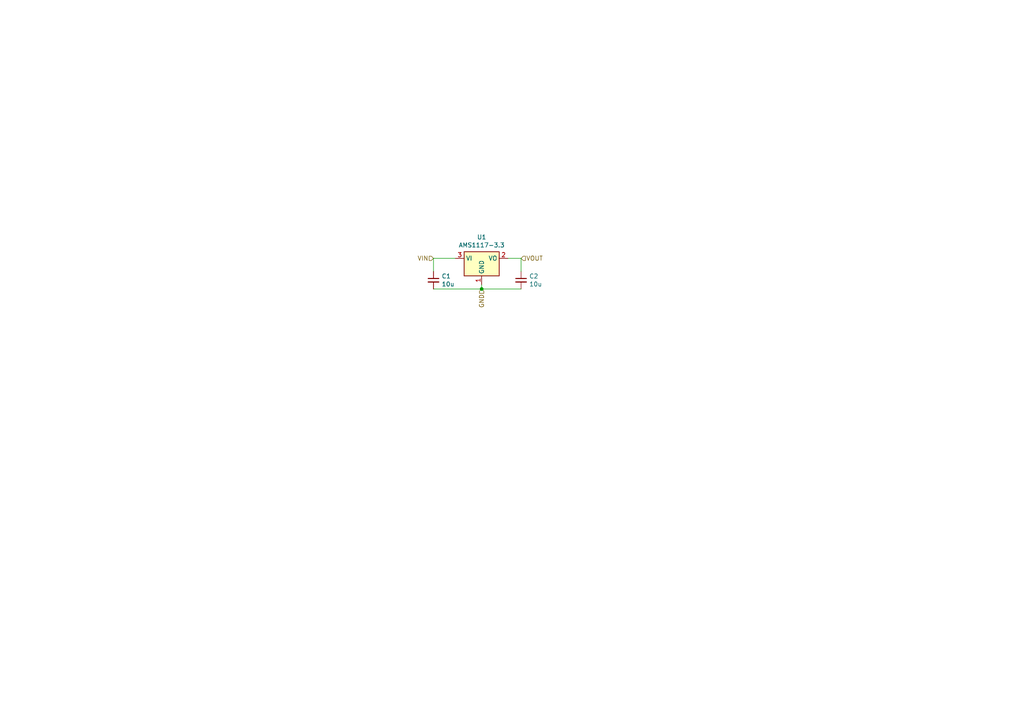
<source format=kicad_sch>
(kicad_sch (version 20231120) (generator "eeschema") (generator_version "8.0")
  (paper "A4")
  (lib_symbols
    (symbol "Device:C_Small" (pin_numbers hide) (pin_names (offset 0.254) hide)
      (property "Reference" "C" (at 0.254 1.778 0))
      (property "Value" "C_Small" (at 0.254 -2.032 0))
      (symbol "C_Small_0_1"
        (polyline (pts (xy -1.524 -0.508) (xy 1.524 -0.508)) (stroke (width 0.3302)))
        (polyline (pts (xy -1.524 0.508) (xy 1.524 0.508)) (stroke (width 0.3048)))
      )
      (symbol "C_Small_1_1"
        (pin passive line (at 0 2.54 270) (length 2.032) (name "~") (number "1"))
        (pin passive line (at 0 -2.54 90) (length 2.032) (name "~") (number "2"))
      )
    )
    (symbol "Regulator_Linear:AMS1117-3.3"
      (property "Reference" "U" (at -3.81 3.175 0))
      (property "Value" "AMS1117-3.3" (at 0 3.175 0))
      (symbol "AMS1117-3.3_0_1"
        (rectangle (start -5.08 -5.08) (end 5.08 1.905) (stroke (width 0.254)) (fill (type background)))
      )
      (symbol "AMS1117-3.3_1_1"
        (pin power_in line (at 0 -7.62 90) (length 2.54) (name "GND") (number "1"))
        (pin power_out line (at 7.62 0 180) (length 2.54) (name "VO") (number "2"))
        (pin power_in line (at -7.62 0 0) (length 2.54) (name "VI") (number "3"))
      )
    )
  )
  (junction (at 139.7 83.82))
  (wire (pts (xy 147.32 74.93) (xy 151.13 74.93)))
  (wire (pts (xy 125.73 83.82) (xy 139.7 83.82)))
  (wire (pts (xy 151.13 74.93) (xy 151.13 78.74)))
  (wire (pts (xy 125.73 78.74) (xy 125.73 74.93)))
  (wire (pts (xy 139.7 83.82) (xy 139.7 82.55)))
  (wire (pts (xy 125.73 74.93) (xy 132.08 74.93)))
  (wire (pts (xy 151.13 83.82) (xy 139.7 83.82)))
  (hierarchical_label "VOUT" (shape input) (at 151.13 74.93 0))
  (hierarchical_label "GND" (shape input) (at 139.7 83.82 270))
  (hierarchical_label "VIN" (shape input) (at 125.73 74.93 180))
  (symbol (lib_id "Device:C_Small") (at 151.13 81.28 0) (unit 1)
    (property "Reference" "C2" (at 153.4668 80.1116 0) (effects (justify left)))
    (property "Value" "10u" (at 153.4668 82.423 0) (effects (justify left)))
    (property "Footprint" "Capacitor_SMD:C_0805_2012Metric" (effects (hide yes)))
    (property "LCSC" "C15850" (effects (hide yes)))
  )
  (symbol (lib_id "Device:C_Small") (at 125.73 81.28 0) (unit 1)
    (property "Reference" "C1" (at 128.0668 80.1116 0) (effects (justify left)))
    (property "Value" "10u" (at 128.0668 82.423 0) (effects (justify left)))
    (property "Footprint" "Capacitor_SMD:C_0805_2012Metric" (effects (hide yes)))
    (property "LCSC" "C15850" (effects (hide yes)))
  )
  (symbol (lib_id "Regulator_Linear:AMS1117-3.3") (at 139.7 74.93 0) (unit 1)
    (property "Reference" "U1" (at 139.7 68.7832 0))
    (property "Value" "AMS1117-3.3" (at 139.7 71.0946 0))
    (property "Footprint" "Package_TO_SOT_SMD:SOT-223-3_TabPin2" (effects (hide yes)))
    (property "Datasheet" "http://www.advanced-monolithic.com/pdf/ds1117.pdf" (effects (hide yes)))
    (property "LCSC" "C6186" (effects (hide yes)))
  )
)
</source>
